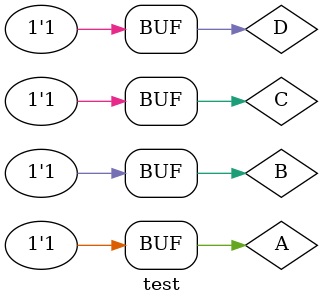
<source format=v>
`timescale 1ps/1ps
module test;
reg A;
reg B;
reg C;
reg D;
wire z;

comparator uut(
    .A(A),
    .B(B),
    .C(C),
    .D(D),
    .z(z)
);

initial begin
    $dumpfile("test.vcd");
    $dumpvars(0,test);
    A=0;
    B=0;
    C=0;
    D=0;
    #20
    A=1;
    B=1;
    C=0;
    D=0;
    #20
    A=1;
    B=1;
    C=1;
    D=1;
    #40;
end

initial begin
    $monitor("A= %d, B = %d, C = %d, D = %d, z = %d\n",A,B,C,D,z);
end

endmodule

</source>
